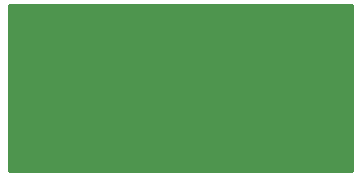
<source format=gbr>
G04 #@! TF.GenerationSoftware,KiCad,Pcbnew,5.0.2+dfsg1-1*
G04 #@! TF.CreationDate,2020-07-23T21:44:52+02:00*
G04 #@! TF.ProjectId,HDTVii,48445456-6969-42e6-9b69-6361645f7063,rev?*
G04 #@! TF.SameCoordinates,Original*
G04 #@! TF.FileFunction,Copper,L2,Bot*
G04 #@! TF.FilePolarity,Positive*
%FSLAX46Y46*%
G04 Gerber Fmt 4.6, Leading zero omitted, Abs format (unit mm)*
G04 Created by KiCad (PCBNEW 5.0.2+dfsg1-1) date Thu 23 Jul 2020 09:44:52 PM CEST*
%MOMM*%
%LPD*%
G01*
G04 APERTURE LIST*
G04 #@! TA.AperFunction,ViaPad*
%ADD10C,0.800000*%
G04 #@! TD*
G04 #@! TA.AperFunction,Conductor*
%ADD11C,0.300000*%
G04 #@! TD*
G04 APERTURE END LIST*
D10*
G04 #@! TO.N,GND*
X200100000Y-62700000D03*
X207400000Y-61000000D03*
X205100000Y-67900000D03*
X207900000Y-66600000D03*
X202600000Y-57700000D03*
X204200000Y-63900000D03*
X184400000Y-54800000D03*
X189000000Y-55800000D03*
X194500000Y-55800000D03*
X204190953Y-65790953D03*
X204200000Y-67900000D03*
G04 #@! TD*
D11*
G04 #@! TO.N,GND*
G36*
X212475000Y-68475000D02*
X183525000Y-68475000D01*
X183525000Y-54525000D01*
X212475001Y-54525000D01*
X212475000Y-68475000D01*
X212475000Y-68475000D01*
G37*
X212475000Y-68475000D02*
X183525000Y-68475000D01*
X183525000Y-54525000D01*
X212475001Y-54525000D01*
X212475000Y-68475000D01*
G04 #@! TD*
M02*

</source>
